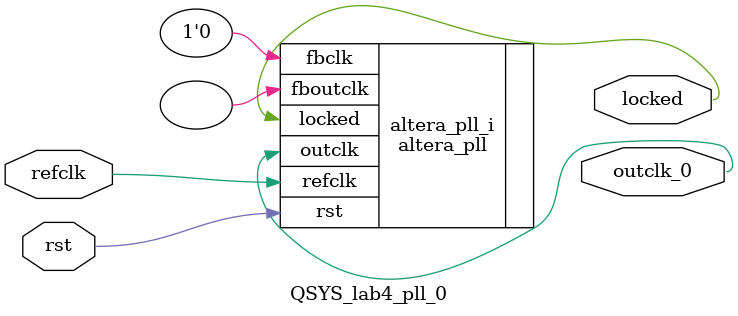
<source format=v>
`timescale 1ns/10ps
module  QSYS_lab4_pll_0(

	// interface 'refclk'
	input wire refclk,

	// interface 'reset'
	input wire rst,

	// interface 'outclk0'
	output wire outclk_0,

	// interface 'locked'
	output wire locked
);

	altera_pll #(
		.fractional_vco_multiplier("true"),
		.reference_clock_frequency("50.0 MHz"),
		.operation_mode("normal"),
		.number_of_clocks(1),
		.output_clock_frequency0("130.000000 MHz"),
		.phase_shift0("0 ps"),
		.duty_cycle0(50),
		.output_clock_frequency1("0 MHz"),
		.phase_shift1("0 ps"),
		.duty_cycle1(50),
		.output_clock_frequency2("0 MHz"),
		.phase_shift2("0 ps"),
		.duty_cycle2(50),
		.output_clock_frequency3("0 MHz"),
		.phase_shift3("0 ps"),
		.duty_cycle3(50),
		.output_clock_frequency4("0 MHz"),
		.phase_shift4("0 ps"),
		.duty_cycle4(50),
		.output_clock_frequency5("0 MHz"),
		.phase_shift5("0 ps"),
		.duty_cycle5(50),
		.output_clock_frequency6("0 MHz"),
		.phase_shift6("0 ps"),
		.duty_cycle6(50),
		.output_clock_frequency7("0 MHz"),
		.phase_shift7("0 ps"),
		.duty_cycle7(50),
		.output_clock_frequency8("0 MHz"),
		.phase_shift8("0 ps"),
		.duty_cycle8(50),
		.output_clock_frequency9("0 MHz"),
		.phase_shift9("0 ps"),
		.duty_cycle9(50),
		.output_clock_frequency10("0 MHz"),
		.phase_shift10("0 ps"),
		.duty_cycle10(50),
		.output_clock_frequency11("0 MHz"),
		.phase_shift11("0 ps"),
		.duty_cycle11(50),
		.output_clock_frequency12("0 MHz"),
		.phase_shift12("0 ps"),
		.duty_cycle12(50),
		.output_clock_frequency13("0 MHz"),
		.phase_shift13("0 ps"),
		.duty_cycle13(50),
		.output_clock_frequency14("0 MHz"),
		.phase_shift14("0 ps"),
		.duty_cycle14(50),
		.output_clock_frequency15("0 MHz"),
		.phase_shift15("0 ps"),
		.duty_cycle15(50),
		.output_clock_frequency16("0 MHz"),
		.phase_shift16("0 ps"),
		.duty_cycle16(50),
		.output_clock_frequency17("0 MHz"),
		.phase_shift17("0 ps"),
		.duty_cycle17(50),
		.pll_type("General"),
		.pll_subtype("General")
	) altera_pll_i (
		.rst	(rst),
		.outclk	({outclk_0}),
		.locked	(locked),
		.fboutclk	( ),
		.fbclk	(1'b0),
		.refclk	(refclk)
	);
endmodule


</source>
